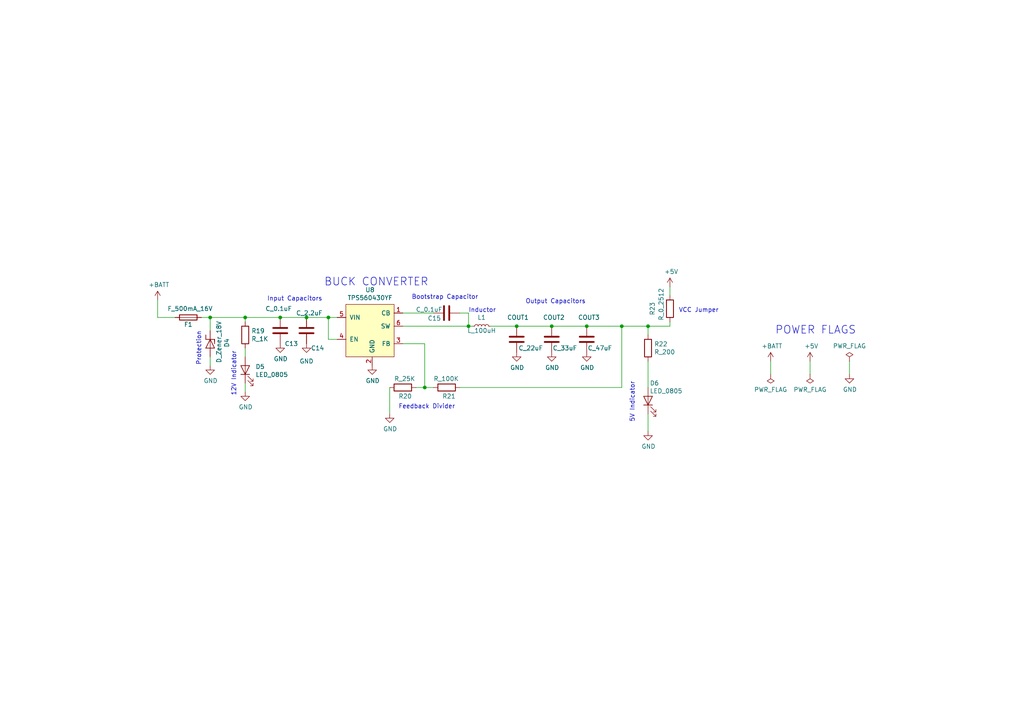
<source format=kicad_sch>
(kicad_sch (version 20211123) (generator eeschema)
  (paper "A4")
  (lib_symbols
    (symbol "formula:C_0.1uF" (pin_numbers hide) (pin_names (offset 0.254))
      (property "Reference" "C" (at 0.635 2.54 0))
      (property "Value" "C_0.1uF" (at 0.635 -2.54 0))
      (symbol "C_0.1uF_0_1"
        (polyline (pts (xy -2.032 -0.762) (xy 2.032 -0.762)) (stroke (width 0.508)))
        (polyline (pts (xy -2.032 0.762) (xy 2.032 0.762)) (stroke (width 0.508)))
      )
      (symbol "C_0.1uF_1_1"
        (pin passive line (at 0 3.81 270) (length 2.794) (name "~") (number "1"))
        (pin passive line (at 0 -3.81 90) (length 2.794) (name "~") (number "2"))
      )
    )
    (symbol "formula:C_2.2uF" (pin_numbers hide) (pin_names (offset 0.254))
      (property "Reference" "C" (at 0.635 3.81 0))
      (property "Value" "C_2.2uF" (at 0.635 -1.27 0))
      (symbol "C_2.2uF_0_1"
        (polyline (pts (xy -2.032 0.508) (xy 2.032 0.508)) (stroke (width 0.508)))
        (polyline (pts (xy -2.032 2.032) (xy 2.032 2.032)) (stroke (width 0.508)))
      )
      (symbol "C_2.2uF_1_1"
        (pin passive line (at 0 5.08 270) (length 2.794) (name "~") (number "1"))
        (pin passive line (at 0 -2.54 90) (length 2.794) (name "~") (number "2"))
      )
    )
    (symbol "formula:C_22uF" (pin_numbers hide) (pin_names (offset 0.254))
      (property "Reference" "C" (at 0.635 2.54 0))
      (property "Value" "C_22uF" (at 0.635 -2.54 0))
      (symbol "C_22uF_0_1"
        (polyline (pts (xy -2.032 -0.762) (xy 2.032 -0.762)) (stroke (width 0.508)))
        (polyline (pts (xy -2.032 0.762) (xy 2.032 0.762)) (stroke (width 0.508)))
      )
      (symbol "C_22uF_1_1"
        (pin passive line (at 0 3.81 270) (length 2.794) (name "~") (number "1"))
        (pin passive line (at 0 -3.81 90) (length 2.794) (name "~") (number "2"))
      )
    )
    (symbol "formula:C_33uF" (pin_numbers hide) (pin_names (offset 0.254))
      (property "Reference" "C" (at 0.635 2.54 0))
      (property "Value" "C_33uF" (at 2.54 -7.62 0))
      (symbol "C_33uF_0_1"
        (polyline (pts (xy -2.032 -0.762) (xy 2.032 -0.762)) (stroke (width 0.508)))
        (polyline (pts (xy -2.032 0.762) (xy 2.032 0.762)) (stroke (width 0.508)))
      )
      (symbol "C_33uF_1_1"
        (pin passive line (at 0 3.81 270) (length 2.794) (name "~") (number "1"))
        (pin passive line (at 0 -3.81 90) (length 2.794) (name "~") (number "2"))
      )
    )
    (symbol "formula:C_47uF" (pin_numbers hide) (pin_names (offset 0.254))
      (property "Reference" "C" (at 0.635 2.54 0))
      (property "Value" "C_47uF" (at 0.635 -2.54 0))
      (symbol "C_47uF_0_1"
        (polyline (pts (xy -2.032 -0.762) (xy 2.032 -0.762)) (stroke (width 0.508)))
        (polyline (pts (xy -2.032 0.762) (xy 2.032 0.762)) (stroke (width 0.508)))
      )
      (symbol "C_47uF_1_1"
        (pin passive line (at 0 3.81 270) (length 2.794) (name "~") (number "1"))
        (pin passive line (at 0 -3.81 90) (length 2.794) (name "~") (number "2"))
      )
    )
    (symbol "formula:D_Zener_18V" (pin_numbers hide) (pin_names (offset 1.016) hide)
      (property "Reference" "D" (at 0 2.54 0))
      (property "Value" "D_Zener_18V" (at 0 -2.54 0))
      (symbol "D_Zener_18V_0_1"
        (polyline (pts (xy -1.27 -1.27) (xy -2.54 -1.27)) (stroke (width 0.2032)))
        (polyline (pts (xy -1.27 1.27) (xy 0 1.27)) (stroke (width 0.2032)))
        (polyline (pts (xy 1.27 0) (xy -1.27 0)))
        (polyline (pts (xy -1.27 -1.27) (xy -1.27 1.27) (xy -0.762 1.27)) (stroke (width 0.2032)))
        (polyline (pts (xy 1.27 -1.27) (xy 1.27 1.27) (xy -1.27 0) (xy 1.27 -1.27)) (stroke (width 0.2032)))
      )
      (symbol "D_Zener_18V_1_1"
        (pin passive line (at -3.81 0 0) (length 2.54) (name "K") (number "1"))
        (pin passive line (at 3.81 0 180) (length 2.54) (name "A") (number "2"))
      )
    )
    (symbol "formula:F_500mA_16V" (pin_numbers hide) (pin_names (offset 0))
      (property "Reference" "F" (at 2.032 0 90))
      (property "Value" "F_500mA_16V" (at -1.905 0 90))
      (symbol "F_500mA_16V_0_1"
        (rectangle (start -0.762 -2.54) (end 0.762 2.54) (stroke (width 0.254)))
        (polyline (pts (xy 0 2.54) (xy 0 -2.54)))
      )
      (symbol "F_500mA_16V_1_1"
        (pin passive line (at 0 3.81 270) (length 1.27) (name "~") (number "1"))
        (pin passive line (at 0 -3.81 90) (length 1.27) (name "~") (number "2"))
      )
    )
    (symbol "formula:LED_0805" (pin_numbers hide) (pin_names (offset 1.016) hide)
      (property "Reference" "D" (at 0 -2.54 0))
      (property "Value" "LED_0805" (at 0 2.54 0))
      (symbol "LED_0805_0_1"
        (polyline (pts (xy -1.27 -1.27) (xy -1.27 1.27)) (stroke (width 0.2032)))
        (polyline (pts (xy -1.27 0) (xy 1.27 0)))
        (polyline (pts (xy 1.27 -1.27) (xy 1.27 1.27) (xy -1.27 0) (xy 1.27 -1.27)) (stroke (width 0.2032)))
        (polyline (pts (xy -3.048 -0.762) (xy -4.572 -2.286) (xy -3.81 -2.286) (xy -4.572 -2.286) (xy -4.572 -1.524)))
        (polyline (pts (xy -1.778 -0.762) (xy -3.302 -2.286) (xy -2.54 -2.286) (xy -3.302 -2.286) (xy -3.302 -1.524)))
      )
      (symbol "LED_0805_1_1"
        (pin passive line (at -3.81 0 0) (length 2.54) (name "K") (number "1"))
        (pin passive line (at 3.81 0 180) (length 2.54) (name "A") (number "2"))
      )
    )
    (symbol "formula:L_100uH" (pin_numbers hide) (pin_names (offset 1.016) hide)
      (property "Reference" "L" (at 0 -1.27 0))
      (property "Value" "L_100uH" (at 0 2.54 0))
      (symbol "L_100uH_1_1"
        (arc (start -1.016 0) (mid -1.524 0.508) (end -2.032 0))
        (arc (start 0 0) (mid -0.508 0.508) (end -1.016 0))
        (arc (start 1.016 0) (mid 0.508 0.508) (end 0 0))
        (arc (start 2.032 0) (mid 1.524 0.508) (end 1.016 0))
        (pin passive line (at -2.54 0 0) (length 0.508) (name "~") (number "1"))
        (pin passive line (at 2.54 0 180) (length 0.508) (name "~") (number "2"))
      )
    )
    (symbol "formula:R_0_2512" (pin_numbers hide) (pin_names (offset 0))
      (property "Reference" "R" (at 2.032 0 90))
      (property "Value" "R_0_2512" (at -2.54 0 90))
      (symbol "R_0_2512_0_1"
        (rectangle (start -1.016 -2.54) (end 1.016 2.54) (stroke (width 0.254)))
      )
      (symbol "R_0_2512_1_1"
        (pin passive line (at 0 3.81 270) (length 1.27) (name "~") (number "1"))
        (pin passive line (at 0 -3.81 90) (length 1.27) (name "~") (number "2"))
      )
    )
    (symbol "formula:R_100K" (pin_numbers hide) (pin_names (offset 0))
      (property "Reference" "R" (at 2.032 0 90))
      (property "Value" "R_100K" (at -2.54 0 90))
      (symbol "R_100K_0_1"
        (rectangle (start -1.016 -2.54) (end 1.016 2.54) (stroke (width 0.254)))
      )
      (symbol "R_100K_1_1"
        (pin passive line (at 0 3.81 270) (length 1.27) (name "~") (number "1"))
        (pin passive line (at 0 -3.81 90) (length 1.27) (name "~") (number "2"))
      )
    )
    (symbol "formula:R_1K" (pin_numbers hide) (pin_names (offset 0))
      (property "Reference" "R" (at 2.032 0 90))
      (property "Value" "R_1K" (at -2.54 0 90))
      (symbol "R_1K_0_1"
        (rectangle (start -1.016 -2.54) (end 1.016 2.54) (stroke (width 0.254)))
      )
      (symbol "R_1K_1_1"
        (pin passive line (at 0 3.81 270) (length 1.27) (name "~") (number "1"))
        (pin passive line (at 0 -3.81 90) (length 1.27) (name "~") (number "2"))
      )
    )
    (symbol "formula:R_200" (pin_numbers hide) (pin_names (offset 0))
      (property "Reference" "R" (at 2.032 0 90))
      (property "Value" "R_200" (at -2.54 0 90))
      (symbol "R_200_0_1"
        (rectangle (start -1.016 -2.54) (end 1.016 2.54) (stroke (width 0.254)))
      )
      (symbol "R_200_1_1"
        (pin passive line (at 0 3.81 270) (length 1.27) (name "~") (number "1"))
        (pin passive line (at 0 -3.81 90) (length 1.27) (name "~") (number "2"))
      )
    )
    (symbol "formula:R_25K" (pin_numbers hide) (pin_names (offset 0))
      (property "Reference" "R" (at 6.35 0 90))
      (property "Value" "R_25K" (at 5.08 5.08 0))
      (symbol "R_25K_0_1"
        (rectangle (start -1.016 -2.54) (end 1.016 2.54) (stroke (width 0.254)))
      )
      (symbol "R_25K_1_1"
        (pin passive line (at 0 3.81 270) (length 1.27) (name "~") (number "1"))
        (pin passive line (at 0 -3.81 90) (length 1.27) (name "~") (number "2"))
      )
    )
    (symbol "formula:TPS560430YF" (pin_names (offset 1.016))
      (property "Reference" "U" (at -5.08 -8.89 0))
      (property "Value" "TPS560430YF" (at 0 10.16 0))
      (symbol "TPS560430YF_0_1"
        (rectangle (start -6.35 -2.54) (end -6.35 -2.54))
        (rectangle (start -6.35 7.62) (end 7.62 -7.62) (fill (type background)))
      )
      (symbol "TPS560430YF_1_1"
        (pin bidirectional line (at 10.16 5.08 180) (length 2.54) (name "CB") (number "1"))
        (pin power_in line (at 1.27 -10.16 90) (length 2.54) (name "GND") (number "2"))
        (pin input line (at 10.16 -3.81 180) (length 2.54) (name "FB") (number "3"))
        (pin input line (at -8.89 -2.54 0) (length 2.54) (name "EN") (number "4"))
        (pin power_in line (at -8.89 3.81 0) (length 2.54) (name "VIN") (number "5"))
        (pin output line (at 10.16 1.27 180) (length 2.54) (name "SW") (number "6"))
      )
    )
    (symbol "power:+5V" (power) (pin_names (offset 0))
      (property "Value" "+5V" (at 0 3.556 0))
      (symbol "+5V_0_1"
        (polyline (pts (xy -0.762 1.27) (xy 0 2.54)))
        (polyline (pts (xy 0 0) (xy 0 2.54)))
        (polyline (pts (xy 0 2.54) (xy 0.762 1.27)))
      )
      (symbol "+5V_1_1"
        (pin power_in line (at 0 0 90) (length 0) hide (name "+5V") (number "1"))
      )
    )
    (symbol "power:+BATT" (power) (pin_names (offset 0))
      (property "Value" "+BATT" (at 0 3.556 0))
      (symbol "+BATT_0_1"
        (polyline (pts (xy -0.762 1.27) (xy 0 2.54)))
        (polyline (pts (xy 0 0) (xy 0 2.54)))
        (polyline (pts (xy 0 2.54) (xy 0.762 1.27)))
      )
      (symbol "+BATT_1_1"
        (pin power_in line (at 0 0 90) (length 0) hide (name "+BATT") (number "1"))
      )
    )
    (symbol "power:GND" (power) (pin_names (offset 0))
      (property "Value" "GND" (at 0 -3.81 0))
      (symbol "GND_0_1"
        (polyline (pts (xy 0 0) (xy 0 -1.27) (xy 1.27 -1.27) (xy 0 -2.54) (xy -1.27 -1.27) (xy 0 -1.27)))
      )
      (symbol "GND_1_1"
        (pin power_in line (at 0 0 270) (length 0) hide (name "GND") (number "1"))
      )
    )
    (symbol "power:PWR_FLAG" (power) (pin_numbers hide) (pin_names (offset 0) hide)
      (property "Value" "PWR_FLAG" (at 0 3.81 0))
      (symbol "PWR_FLAG_0_0"
        (pin power_out line (at 0 0 90) (length 0) (name "pwr") (number "1"))
      )
      (symbol "PWR_FLAG_0_1"
        (polyline (pts (xy 0 0) (xy 0 1.27) (xy -1.016 1.905) (xy 0 2.54) (xy 1.016 1.905) (xy 0 1.27)))
      )
    )
  )
  (junction (at 180.34 94.615))
  (junction (at 160.02 94.615))
  (junction (at 71.12 92.075))
  (junction (at 60.96 92.075))
  (junction (at 123.19 112.395))
  (junction (at 95.25 92.075))
  (junction (at 88.9 92.075))
  (junction (at 187.96 94.615))
  (junction (at 135.89 94.615))
  (junction (at 81.28 92.075))
  (junction (at 149.86 94.615))
  (junction (at 170.18 94.615))
  (wire (pts (xy 45.72 92.075) (xy 50.8 92.075)))
  (wire (pts (xy 95.25 92.075) (xy 97.79 92.075)))
  (wire (pts (xy 223.52 104.775) (xy 223.52 108.585)))
  (wire (pts (xy 116.84 99.695) (xy 123.19 99.695)))
  (wire (pts (xy 71.12 92.075) (xy 71.12 93.345)))
  (wire (pts (xy 135.89 94.615) (xy 137.16 94.615)))
  (wire (pts (xy 88.9 92.075) (xy 95.25 92.075)))
  (wire (pts (xy 60.96 92.075) (xy 71.12 92.075)))
  (wire (pts (xy 60.96 95.885) (xy 60.96 92.075)))
  (wire (pts (xy 71.12 92.075) (xy 81.28 92.075)))
  (wire (pts (xy 180.34 112.395) (xy 180.34 94.615)))
  (wire (pts (xy 95.25 98.425) (xy 95.25 92.075)))
  (wire (pts (xy 116.84 94.615) (xy 135.89 94.615)))
  (wire (pts (xy 116.84 90.805) (xy 125.73 90.805)))
  (wire (pts (xy 187.96 97.155) (xy 187.96 94.615)))
  (wire (pts (xy 97.79 98.425) (xy 95.25 98.425)))
  (wire (pts (xy 194.31 94.615) (xy 194.31 93.345)))
  (wire (pts (xy 149.86 94.615) (xy 160.02 94.615)))
  (wire (pts (xy 45.72 86.995) (xy 45.72 92.075)))
  (wire (pts (xy 123.19 112.395) (xy 125.73 112.395)))
  (wire (pts (xy 187.96 104.775) (xy 187.96 112.395)))
  (wire (pts (xy 71.12 100.965) (xy 71.12 103.505)))
  (wire (pts (xy 123.19 99.695) (xy 123.19 112.395)))
  (wire (pts (xy 71.12 111.125) (xy 71.12 113.665)))
  (wire (pts (xy 120.65 112.395) (xy 123.19 112.395)))
  (wire (pts (xy 133.35 112.395) (xy 180.34 112.395)))
  (wire (pts (xy 135.89 90.805) (xy 135.89 94.615)))
  (wire (pts (xy 113.03 112.395) (xy 113.03 120.015)))
  (wire (pts (xy 187.96 94.615) (xy 194.31 94.615)))
  (wire (pts (xy 246.38 104.775) (xy 246.38 108.585)))
  (wire (pts (xy 60.96 103.505) (xy 60.96 106.045)))
  (wire (pts (xy 160.02 94.615) (xy 170.18 94.615)))
  (wire (pts (xy 142.24 94.615) (xy 149.86 94.615)))
  (wire (pts (xy 170.18 94.615) (xy 180.34 94.615)))
  (wire (pts (xy 187.96 120.015) (xy 187.96 125.095)))
  (wire (pts (xy 234.95 108.585) (xy 234.95 104.775)))
  (wire (pts (xy 81.28 92.075) (xy 88.9 92.075)))
  (wire (pts (xy 58.42 92.075) (xy 60.96 92.075)))
  (wire (pts (xy 133.35 90.805) (xy 135.89 90.805)))
  (wire (pts (xy 180.34 94.615) (xy 187.96 94.615)))
  (wire (pts (xy 194.31 85.725) (xy 194.31 83.185)))
  (text "12V Indicator" (at 68.58 114.935 90) (effects (font (size 1.27 1.27)) (justify left bottom)))
  (text "POWER FLAGS\n" (at 224.79 97.155 0) (effects (font (size 2.2606 2.2606)) (justify left bottom)))
  (text "BUCK CONVERTER\n" (at 93.98 83.185 0) (effects (font (size 2.2606 2.2606)) (justify left bottom)))
  (text "5V Indicator" (at 184.15 122.555 90) (effects (font (size 1.27 1.27)) (justify left bottom)))
  (text "Input Capacitors\n\n" (at 77.47 89.535 0) (effects (font (size 1.27 1.27)) (justify left bottom)))
  (text "Inductor\n" (at 135.89 90.805 0) (effects (font (size 1.27 1.27)) (justify left bottom)))
  (text "VCC Jumper\n" (at 196.85 90.805 0) (effects (font (size 1.27 1.27)) (justify left bottom)))
  (text "Bootstrap Capacitor\n" (at 119.38 86.995 0) (effects (font (size 1.27 1.27)) (justify left bottom)))
  (text "Protection\n" (at 58.42 106.045 90) (effects (font (size 1.27 1.27)) (justify left bottom)))
  (text "Feedback Divider\n" (at 115.57 118.745 0) (effects (font (size 1.27 1.27)) (justify left bottom)))
  (text "Output Capacitors\n" (at 152.4 88.265 0) (effects (font (size 1.27 1.27)) (justify left bottom)))
  (symbol (lib_id "power:GND") (at 81.28 99.695 0) (unit 1)
    (property "Reference" "#PWR?" (effects hide))
    (property "Value" "GND" (at 81.407 104.0892 0))
  )
  (symbol (lib_id "formula:R_0_2512") (at 194.31 89.535 0) (unit 1)
    (property "Reference" "R23" (at 189.23 89.535 90))
    (property "Value" "R_0_2512" (at 191.77 88.265 90))
    (property "Footprint" "footprints:R_2512_OEM" (effects hide))
    (property "Datasheet" "http://www.te.com/commerce/DocumentDelivery/DDEController?Action=srchrtrv&DocNm=9-1773463-7&DocType=DS&DocLang=English" (effects hide))
    (property "MFN" "DK" (effects hide))
    (property "MPN" "A121322CT-ND" (effects hide))
    (property "PurchasingLink" "https://www.digikey.com/products/en?keywords=A121322CT-ND" (effects hide))
  )
  (symbol (lib_id "power:+5V") (at 194.31 83.185 0) (unit 1)
    (property "Reference" "#PWR?" (effects hide))
    (property "Value" "+5V" (at 194.691 78.7908 0))
  )
  (symbol (lib_id "formula:LED_0805") (at 71.12 107.315 90) (unit 1)
    (property "Reference" "D5" (at 74.0918 106.3498 90) (effects (justify right)))
    (property "Value" "LED_0805" (at 74.0918 108.6612 90) (effects (justify right)))
    (property "Footprint" "footprints:LED_0805_OEM" (effects hide))
    (property "Datasheet" "http://www.osram-os.com/Graphics/XPic9/00078860_0.pdf" (effects hide))
    (property "MFN" "DK" (effects hide))
    (property "MPN" "475-1410-1-ND" (effects hide))
    (property "PurchasingLink" "https://www.digikey.com/products/en?keywords=475-1410-1-ND" (effects hide))
  )
  (symbol (lib_id "formula:LED_0805") (at 187.96 116.205 90) (unit 1)
    (property "Reference" "D6" (at 188.468 111.125 90) (effects (justify right)))
    (property "Value" "LED_0805" (at 188.468 113.411 90) (effects (justify right)))
    (property "Footprint" "footprints:LED_0805_OEM" (effects hide))
    (property "Datasheet" "http://www.osram-os.com/Graphics/XPic9/00078860_0.pdf" (effects hide))
    (property "MFN" "DK" (effects hide))
    (property "MPN" "475-1410-1-ND" (effects hide))
    (property "PurchasingLink" "https://www.digikey.com/products/en?keywords=475-1410-1-ND" (effects hide))
  )
  (symbol (lib_id "formula:F_500mA_16V") (at 54.61 92.075 270) (unit 1)
    (property "Reference" "F1" (at 54.61 94.107 90))
    (property "Value" "F_500mA_16V" (at 55.118 89.535 90))
    (property "Footprint" "footprints:Fuse_1210" (effects hide))
    (property "Datasheet" "https://belfuse.com/resources/CircuitProtection/datasheets/0ZCH%20Nov2016.pdf" (effects hide))
    (property "MFN" "DK" (effects hide))
    (property "MPN" "507-1786-1-ND" (effects hide))
    (property "PurchasingLink" "https://www.digikey.com/product-detail/en/bel-fuse-inc/0ZCH0050FF2G/507-1786-1-ND/4156209" (effects hide))
  )
  (symbol (lib_id "power:GND") (at 113.03 120.015 0) (unit 1)
    (property "Reference" "#PWR?" (effects hide))
    (property "Value" "GND" (at 113.157 124.4092 0))
  )
  (symbol (lib_id "power:+5V") (at 234.95 104.775 0) (unit 1)
    (property "Reference" "#PWR?" (effects hide))
    (property "Value" "+5V" (at 235.331 100.3808 0))
  )
  (symbol (lib_id "power:PWR_FLAG") (at 223.52 108.585 180) (unit 1)
    (property "Reference" "#FLG?" (effects hide))
    (property "Value" "PWR_FLAG" (at 223.52 113.0046 0))
  )
  (symbol (lib_id "formula:C_47uF") (at 170.18 98.425 0) (unit 1)
    (property "Reference" "COUT3" (at 167.64 92.075 0) (effects (justify left)))
    (property "Value" "C_47uF" (at 170.434 100.965 0) (effects (justify left)))
    (property "Footprint" "footprints:C_0805_OEM" (effects hide))
    (property "Datasheet" "http://www.samsungsem.com/kr/support/product-search/mlcc/__icsFiles/afieldfile/2018/06/22/CL21A476MQYNNNG.pdf" (effects hide))
    (property "MFN" "DK" (effects hide))
    (property "MPN" "1276-6467-1-ND" (effects hide))
    (property "PurchasingLink" "https://www.digikey.com/product-detail/en/samsung-electro-mechanics/CL21A476MQYNNNG/1276-6467-1-ND/5958095" (effects hide))
  )
  (symbol (lib_id "formula:R_200") (at 187.96 100.965 0) (unit 1)
    (property "Reference" "R22" (at 189.738 99.7966 0) (effects (justify left)))
    (property "Value" "R_200" (at 189.738 102.108 0) (effects (justify left)))
    (property "Footprint" "footprints:R_0805_OEM" (effects hide))
    (property "Datasheet" "https://www.seielect.com/Catalog/SEI-RMCF_RMCP.pdf" (effects hide))
    (property "MFN" "DK" (effects hide))
    (property "MPN" "RMCF0805JT200RCT-ND" (effects hide))
    (property "PurchasingLink" "https://www.digikey.com/products/en?keywords=RMCF0805JT200RCT-ND" (effects hide))
  )
  (symbol (lib_id "power:GND") (at 170.18 102.235 0) (unit 1)
    (property "Reference" "#PWR?" (effects hide))
    (property "Value" "GND" (at 170.307 106.6292 0))
  )
  (symbol (lib_id "power:GND") (at 246.38 108.585 0) (unit 1)
    (property "Reference" "#PWR?" (effects hide))
    (property "Value" "GND" (at 246.507 112.9792 0))
  )
  (symbol (lib_id "power:GND") (at 149.86 102.235 0) (unit 1)
    (property "Reference" "#PWR?" (effects hide))
    (property "Value" "GND" (at 149.987 106.6292 0))
  )
  (symbol (lib_id "formula:C_0.1uF") (at 81.28 95.885 0) (unit 1)
    (property "Reference" "C13" (at 82.55 99.695 0) (effects (justify left)))
    (property "Value" "C_0.1uF" (at 76.962 89.535 0) (effects (justify left)))
    (property "Footprint" "footprints:C_0805_OEM" (effects hide))
    (property "Datasheet" "http://datasheets.avx.com/X7RDielectric.pdf" (effects hide))
    (property "MFN" "DK" (effects hide))
    (property "MPN" "478-3352-1-ND" (effects hide))
    (property "PurchasingLink" "https://www.digikey.com/products/en?keywords=478-3352-1-ND" (effects hide))
  )
  (symbol (lib_id "power:GND") (at 60.96 106.045 0) (unit 1)
    (property "Reference" "#PWR?" (effects hide))
    (property "Value" "GND" (at 61.087 110.4392 0))
  )
  (symbol (lib_id "power:PWR_FLAG") (at 234.95 108.585 180) (unit 1)
    (property "Reference" "#FLG?" (effects hide))
    (property "Value" "PWR_FLAG" (at 234.95 113.0046 0))
  )
  (symbol (lib_id "formula:C_22uF") (at 149.86 98.425 0) (unit 1)
    (property "Reference" "COUT1" (at 147.066 92.075 0) (effects (justify left)))
    (property "Value" "C_22uF" (at 150.368 100.965 0) (effects (justify left)))
    (property "Footprint" "footprints:C_1206_OEM" (effects hide))
    (property "Datasheet" "https://product.tdk.com/info/en/catalog/datasheets/mlcc_commercial_general_en.pdf" (effects hide))
    (property "MFN" "DK" (effects hide))
    (property "MPN" "445-11693-1-ND" (effects hide))
    (property "PurchasingLink" "https://www.digikey.com/product-detail/en/tdk-corporation/C3216JB1C226M160AB/445-11693-1-ND/3953359" (effects hide))
  )
  (symbol (lib_id "power:+BATT") (at 223.52 104.775 0) (unit 1)
    (property "Reference" "#PWR?" (effects hide))
    (property "Value" "+BATT" (at 223.901 100.3808 0))
  )
  (symbol (lib_id "formula:L_100uH") (at 139.7 94.615 0) (unit 1)
    (property "Reference" "L1" (at 139.7 92.075 0))
    (property "Value" "L_100uH" (at 139.7 95.885 0))
    (property "Footprint" "footprints:L_100uH_OEM" (effects hide))
    (property "Datasheet" "https://product.tdk.com/info/en/catalog/datasheets/inductor_commercial_decoupling_nlfv32-ef_en.pdf" (effects hide))
    (property "MFN" "Digikey" (effects hide))
    (property "MPN" "445-15759-1-ND" (effects hide))
    (property "Link" "https://www.digikey.com/product-detail/en/tdk-corporation/NLFV32T-101K-EF/445-15759-1-ND/4328055" (effects hide))
  )
  (symbol (lib_id "formula:D_Zener_18V") (at 60.96 99.695 270) (unit 1)
    (property "Reference" "D4" (at 65.786 99.441 0))
    (property "Value" "D_Zener_18V" (at 63.5 99.187 0))
    (property "Footprint" "footprints:DO-214AA" (effects hide))
    (property "Datasheet" "http://www.mccsemi.com/up_pdf/SMBJ5338B-SMBJ5388B(SMB).pdf" (effects hide))
    (property "MFN" "DK" (effects hide))
    (property "MPN" "SMBJ5355B-TPMSCT-ND" (effects hide))
    (property "PurchasingLink" "https://www.digikey.com/products/en?keywords=SMBJ5355B-TPMSCT-ND" (effects hide))
  )
  (symbol (lib_id "power:GND") (at 71.12 113.665 0) (unit 1)
    (property "Reference" "#PWR?" (effects hide))
    (property "Value" "GND" (at 71.247 118.0592 0))
  )
  (symbol (lib_id "formula:C_2.2uF") (at 88.9 97.155 0) (unit 1)
    (property "Reference" "C14" (at 90.17 100.965 0) (effects (justify left)))
    (property "Value" "C_2.2uF" (at 85.852 90.805 0) (effects (justify left)))
    (property "Footprint" "footprints:C_0603_1608Metric" (effects hide))
    (property "Datasheet" "http://www.yageo.com/documents/recent/UPY-GPHC_X5R_4V-to-50V_25.pdf" (effects hide))
    (property "MFN" "DK" (effects hide))
    (property "MPN" "311-1451-1-ND" (effects hide))
    (property "PurchasingLink" "https://www.digikey.com/product-detail/en/yageo/CC0603KRX5R6BB225/311-1451-1-ND/2833757" (effects hide))
  )
  (symbol (lib_id "power:GND") (at 160.02 102.235 0) (unit 1)
    (property "Reference" "#PWR?" (effects hide))
    (property "Value" "GND" (at 160.147 106.6292 0))
  )
  (symbol (lib_id "power:+BATT") (at 45.72 86.995 0) (unit 1)
    (property "Reference" "#PWR?" (effects hide))
    (property "Value" "+BATT" (at 46.101 82.6008 0))
  )
  (symbol (lib_id "formula:C_33uF") (at 160.02 98.425 0) (unit 1)
    (property "Reference" "COUT2" (at 157.48 92.075 0) (effects (justify left)))
    (property "Value" "C_33uF" (at 160.274 100.965 0) (effects (justify left)))
    (property "Footprint" "footprints:Fuse_1812" (effects hide))
    (property "Datasheet" "https://product.tdk.com/info/en/catalog/datasheets/mlcc_commercial_general_en.pdf" (effects hide))
    (property "MFN" "C4532X7R1C336M250KC" (effects hide))
    (property "MPN" "445-3924-1-ND" (effects hide))
    (property "PurchasingLink" "https://www.digikey.com/product-detail/en/tdk-corporation/C4532X7R1C336M250KC/445-3924-1-ND/1923431" (effects hide))
  )
  (symbol (lib_id "power:PWR_FLAG") (at 246.38 104.775 0) (unit 1)
    (property "Reference" "#FLG?" (effects hide))
    (property "Value" "PWR_FLAG" (at 246.38 100.3554 0))
  )
  (symbol (lib_id "formula:R_25K") (at 116.84 112.395 270) (unit 1)
    (property "Reference" "R20" (at 115.57 114.935 90) (effects (justify left)))
    (property "Value" "R_25K" (at 114.3 109.855 90) (effects (justify left)))
    (property "Footprint" "footprints:R_0805_OEM" (effects hide))
    (property "Datasheet" "https://www.te.com/commerce/DocumentDelivery/DDEController?Action=srchrtrv&DocNm=1773200-1&DocType=DS&DocLang=English" (effects hide))
    (property "MFN" "A124124CT-ND" (effects hide))
    (property "Digi-key Part Number" "CPF-A-0805B25KE" (effects hide))
    (property "PurchasingLink" "https://www.digikey.com/product-detail/en/te-connectivity-passive-product/CPF-A-0805B25KE/A124124CT-ND/5970044" (effects hide))
  )
  (symbol (lib_id "formula:R_1K") (at 71.12 97.155 0) (unit 1)
    (property "Reference" "R19" (at 72.898 95.9866 0) (effects (justify left)))
    (property "Value" "R_1K" (at 72.898 98.298 0) (effects (justify left)))
    (property "Footprint" "footprints:R_0805_OEM" (effects hide))
    (property "Datasheet" "https://www.seielect.com/Catalog/SEI-rncp.pdf" (effects hide))
    (property "MFN" "DK" (effects hide))
    (property "MPN" "RNCP0805FTD1K00CT-ND" (effects hide))
    (property "PurchasingLink" "https://www.digikey.com/products/en?keywords=RNCP0805FTD1K00CT-ND" (effects hide))
  )
  (symbol (lib_id "power:GND") (at 187.96 125.095 0) (unit 1)
    (property "Reference" "#PWR?" (effects hide))
    (property "Value" "GND" (at 188.087 129.4892 0))
  )
  (symbol (lib_id "power:GND") (at 88.9 99.695 0) (unit 1)
    (property "Reference" "#PWR?" (effects hide))
    (property "Value" "GND" (at 88.9 104.775 0))
  )
  (symbol (lib_id "formula:C_0.1uF") (at 129.54 90.805 90) (unit 1)
    (property "Reference" "C15" (at 125.984 92.329 90))
    (property "Value" "C_0.1uF" (at 124.46 89.789 90))
    (property "Footprint" "footprints:C_0805_OEM" (effects hide))
    (property "Datasheet" "http://datasheets.avx.com/X7RDielectric.pdf" (effects hide))
    (property "MFN" "DK" (effects hide))
    (property "MPN" "478-3352-1-ND" (effects hide))
    (property "PurchasingLink" "https://www.digikey.com/products/en?keywords=478-3352-1-ND" (effects hide))
  )
  (symbol (lib_id "power:GND") (at 107.95 106.045 0) (unit 1)
    (property "Reference" "#PWR?" (effects hide))
    (property "Value" "GND" (at 108.077 110.4392 0))
  )
  (symbol (lib_id "formula:R_100K") (at 129.54 112.395 270) (unit 1)
    (property "Reference" "R21" (at 128.27 114.935 90) (effects (justify left)))
    (property "Value" "R_100K" (at 125.73 109.855 90) (effects (justify left)))
    (property "Footprint" "footprints:R_0805_OEM" (effects hide))
    (property "Datasheet" "https://industrial.panasonic.com/cdbs/www-data/pdf/RDA0000/AOA0000C304.pdf" (effects hide))
    (property "MFN" "DK" (effects hide))
    (property "MPN" "P100KCCT-ND" (effects hide))
    (property "PurchasingLink" "https://www.digikey.com/product-detail/en/panasonic-electronic-components/ERJ-6ENF1003V/P100KCCT-ND/119551" (effects hide))
  )
  (symbol (lib_id "formula:TPS560430YF") (at 106.68 95.885 0) (unit 1)
    (property "Reference" "U8" (at 107.315 84.074 0))
    (property "Value" "TPS560430YF" (at 107.315 86.3854 0))
    (property "Footprint" "footprints:SOT-23-6_OEM" (effects hide))
    (property "Datasheet" "http://www.ti.com/lit/ds/symlink/tps560430.pdf" (effects hide))
    (property "MPN" "TPS560430YFDBVR" (effects hide))
    (property "MFN" "TPS560430YFDBVR-ND" (effects hide))
    (property "Purchasing Link" "https://www.digikey.com/product-detail/en/texas-instruments/TPS560430XDBVR/296-50420-6-ND/9685813" (effects hide))
  )
)
</source>
